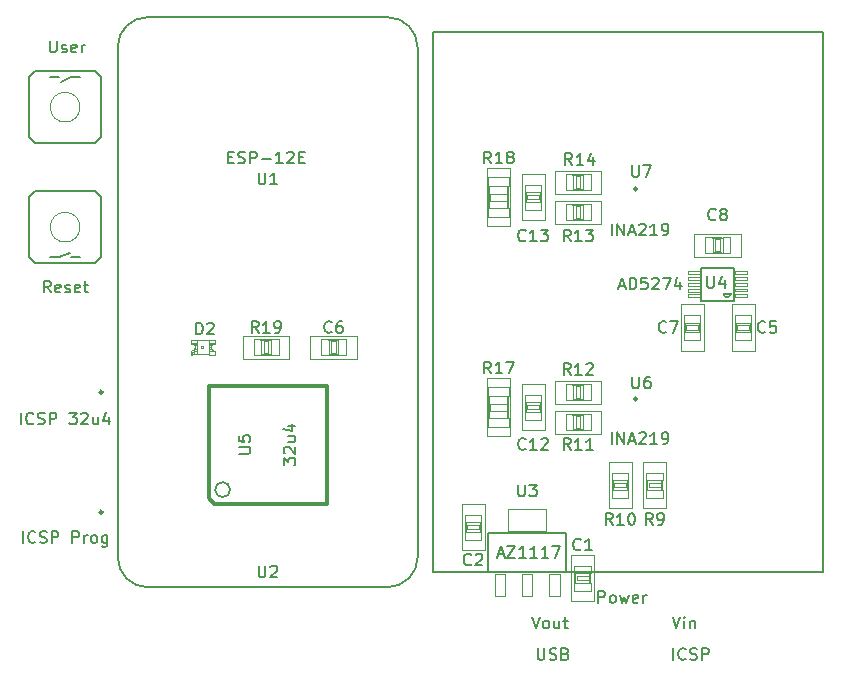
<source format=gto>
G04 #@! TF.FileFunction,Legend,Top*
%FSLAX46Y46*%
G04 Gerber Fmt 4.6, Leading zero omitted, Abs format (unit mm)*
G04 Created by KiCad (PCBNEW (2015-06-26 BZR 5832)-product) date Samstag, 05. März 2016 'u16' 11:16:22*
%MOMM*%
G01*
G04 APERTURE LIST*
%ADD10C,0.150000*%
%ADD11C,0.250000*%
%ADD12C,0.066040*%
%ADD13C,0.152400*%
%ADD14C,0.050800*%
%ADD15C,0.101600*%
%ADD16C,0.203200*%
%ADD17C,0.304800*%
G04 APERTURE END LIST*
D10*
D11*
X129540000Y-119380000D02*
G75*
G03X129540000Y-119380000I-127000J0D01*
G01*
X129540000Y-109220000D02*
G75*
G03X129540000Y-109220000I-127000J0D01*
G01*
D10*
X177792191Y-128230381D02*
X178125524Y-129230381D01*
X178458858Y-128230381D01*
X178792191Y-129230381D02*
X178792191Y-128563714D01*
X178792191Y-128230381D02*
X178744572Y-128278000D01*
X178792191Y-128325619D01*
X178839810Y-128278000D01*
X178792191Y-128230381D01*
X178792191Y-128325619D01*
X179268381Y-128563714D02*
X179268381Y-129230381D01*
X179268381Y-128658952D02*
X179316000Y-128611333D01*
X179411238Y-128563714D01*
X179554096Y-128563714D01*
X179649334Y-128611333D01*
X179696953Y-128706571D01*
X179696953Y-129230381D01*
X177847810Y-131897381D02*
X177847810Y-130897381D01*
X178895429Y-131802143D02*
X178847810Y-131849762D01*
X178704953Y-131897381D01*
X178609715Y-131897381D01*
X178466857Y-131849762D01*
X178371619Y-131754524D01*
X178324000Y-131659286D01*
X178276381Y-131468810D01*
X178276381Y-131325952D01*
X178324000Y-131135476D01*
X178371619Y-131040238D01*
X178466857Y-130945000D01*
X178609715Y-130897381D01*
X178704953Y-130897381D01*
X178847810Y-130945000D01*
X178895429Y-130992619D01*
X179276381Y-131849762D02*
X179419238Y-131897381D01*
X179657334Y-131897381D01*
X179752572Y-131849762D01*
X179800191Y-131802143D01*
X179847810Y-131706905D01*
X179847810Y-131611667D01*
X179800191Y-131516429D01*
X179752572Y-131468810D01*
X179657334Y-131421190D01*
X179466857Y-131373571D01*
X179371619Y-131325952D01*
X179324000Y-131278333D01*
X179276381Y-131183095D01*
X179276381Y-131087857D01*
X179324000Y-130992619D01*
X179371619Y-130945000D01*
X179466857Y-130897381D01*
X179704953Y-130897381D01*
X179847810Y-130945000D01*
X180276381Y-131897381D02*
X180276381Y-130897381D01*
X180657334Y-130897381D01*
X180752572Y-130945000D01*
X180800191Y-130992619D01*
X180847810Y-131087857D01*
X180847810Y-131230714D01*
X180800191Y-131325952D01*
X180752572Y-131373571D01*
X180657334Y-131421190D01*
X180276381Y-131421190D01*
X166378095Y-130897381D02*
X166378095Y-131706905D01*
X166425714Y-131802143D01*
X166473333Y-131849762D01*
X166568571Y-131897381D01*
X166759048Y-131897381D01*
X166854286Y-131849762D01*
X166901905Y-131802143D01*
X166949524Y-131706905D01*
X166949524Y-130897381D01*
X167378095Y-131849762D02*
X167520952Y-131897381D01*
X167759048Y-131897381D01*
X167854286Y-131849762D01*
X167901905Y-131802143D01*
X167949524Y-131706905D01*
X167949524Y-131611667D01*
X167901905Y-131516429D01*
X167854286Y-131468810D01*
X167759048Y-131421190D01*
X167568571Y-131373571D01*
X167473333Y-131325952D01*
X167425714Y-131278333D01*
X167378095Y-131183095D01*
X167378095Y-131087857D01*
X167425714Y-130992619D01*
X167473333Y-130945000D01*
X167568571Y-130897381D01*
X167806667Y-130897381D01*
X167949524Y-130945000D01*
X168711429Y-131373571D02*
X168854286Y-131421190D01*
X168901905Y-131468810D01*
X168949524Y-131564048D01*
X168949524Y-131706905D01*
X168901905Y-131802143D01*
X168854286Y-131849762D01*
X168759048Y-131897381D01*
X168378095Y-131897381D01*
X168378095Y-130897381D01*
X168711429Y-130897381D01*
X168806667Y-130945000D01*
X168854286Y-130992619D01*
X168901905Y-131087857D01*
X168901905Y-131183095D01*
X168854286Y-131278333D01*
X168806667Y-131325952D01*
X168711429Y-131373571D01*
X168378095Y-131373571D01*
X165862190Y-128230381D02*
X166195523Y-129230381D01*
X166528857Y-128230381D01*
X167005047Y-129230381D02*
X166909809Y-129182762D01*
X166862190Y-129135143D01*
X166814571Y-129039905D01*
X166814571Y-128754190D01*
X166862190Y-128658952D01*
X166909809Y-128611333D01*
X167005047Y-128563714D01*
X167147905Y-128563714D01*
X167243143Y-128611333D01*
X167290762Y-128658952D01*
X167338381Y-128754190D01*
X167338381Y-129039905D01*
X167290762Y-129135143D01*
X167243143Y-129182762D01*
X167147905Y-129230381D01*
X167005047Y-129230381D01*
X168195524Y-128563714D02*
X168195524Y-129230381D01*
X167766952Y-128563714D02*
X167766952Y-129087524D01*
X167814571Y-129182762D01*
X167909809Y-129230381D01*
X168052667Y-129230381D01*
X168147905Y-129182762D01*
X168195524Y-129135143D01*
X168528857Y-128563714D02*
X168909809Y-128563714D01*
X168671714Y-128230381D02*
X168671714Y-129087524D01*
X168719333Y-129182762D01*
X168814571Y-129230381D01*
X168909809Y-129230381D01*
X171505809Y-127071381D02*
X171505809Y-126071381D01*
X171886762Y-126071381D01*
X171982000Y-126119000D01*
X172029619Y-126166619D01*
X172077238Y-126261857D01*
X172077238Y-126404714D01*
X172029619Y-126499952D01*
X171982000Y-126547571D01*
X171886762Y-126595190D01*
X171505809Y-126595190D01*
X172648666Y-127071381D02*
X172553428Y-127023762D01*
X172505809Y-126976143D01*
X172458190Y-126880905D01*
X172458190Y-126595190D01*
X172505809Y-126499952D01*
X172553428Y-126452333D01*
X172648666Y-126404714D01*
X172791524Y-126404714D01*
X172886762Y-126452333D01*
X172934381Y-126499952D01*
X172982000Y-126595190D01*
X172982000Y-126880905D01*
X172934381Y-126976143D01*
X172886762Y-127023762D01*
X172791524Y-127071381D01*
X172648666Y-127071381D01*
X173315333Y-126404714D02*
X173505809Y-127071381D01*
X173696286Y-126595190D01*
X173886762Y-127071381D01*
X174077238Y-126404714D01*
X174839143Y-127023762D02*
X174743905Y-127071381D01*
X174553428Y-127071381D01*
X174458190Y-127023762D01*
X174410571Y-126928524D01*
X174410571Y-126547571D01*
X174458190Y-126452333D01*
X174553428Y-126404714D01*
X174743905Y-126404714D01*
X174839143Y-126452333D01*
X174886762Y-126547571D01*
X174886762Y-126642810D01*
X174410571Y-126738048D01*
X175315333Y-127071381D02*
X175315333Y-126404714D01*
X175315333Y-126595190D02*
X175362952Y-126499952D01*
X175410571Y-126452333D01*
X175505809Y-126404714D01*
X175601048Y-126404714D01*
X190500000Y-78740000D02*
X157480000Y-78740000D01*
X157480000Y-78740000D02*
X157480000Y-124460000D01*
X157480000Y-124460000D02*
X190500000Y-124460000D01*
X190500000Y-124460000D02*
X190500000Y-78740000D01*
X133350000Y-77470000D02*
X153670000Y-77470000D01*
X156210000Y-123190000D02*
X156210000Y-80010000D01*
X130810000Y-123190000D02*
X130810000Y-80010000D01*
X133350000Y-125730000D02*
X153670000Y-125730000D01*
X133350000Y-77470000D02*
G75*
G03X130810000Y-80010000I0J-2540000D01*
G01*
X156210000Y-80010000D02*
G75*
G03X153670000Y-77470000I-2540000J0D01*
G01*
X153670000Y-125730000D02*
G75*
G03X156210000Y-123190000I0J2540000D01*
G01*
X130810000Y-123190000D02*
G75*
G03X133350000Y-125730000I2540000J0D01*
G01*
D12*
X170878500Y-124561600D02*
X170878500Y-123913900D01*
X170878500Y-123913900D02*
X169478960Y-123913900D01*
X169478960Y-124561600D02*
X169478960Y-123913900D01*
X170878500Y-124561600D02*
X169478960Y-124561600D01*
X170878500Y-126034800D02*
X170878500Y-125384560D01*
X170878500Y-125384560D02*
X169478960Y-125384560D01*
X169478960Y-126034800D02*
X169478960Y-125384560D01*
X170878500Y-126034800D02*
X169478960Y-126034800D01*
X170677840Y-125166120D02*
X170677840Y-124769880D01*
X170677840Y-124769880D02*
X169682160Y-124769880D01*
X169682160Y-125166120D02*
X169682160Y-124769880D01*
X170677840Y-125166120D02*
X169682160Y-125166120D01*
D13*
X169545000Y-125376940D02*
X169545000Y-124559060D01*
X170815000Y-125376940D02*
X170815000Y-124559060D01*
D14*
X169197020Y-126939040D02*
X169197020Y-122996960D01*
X169197020Y-122996960D02*
X171162980Y-122996960D01*
X171162980Y-122996960D02*
X171162980Y-126939040D01*
X171162980Y-126939040D02*
X169197020Y-126939040D01*
D12*
X160210500Y-121056400D02*
X160210500Y-121704100D01*
X160210500Y-121704100D02*
X161610040Y-121704100D01*
X161610040Y-121056400D02*
X161610040Y-121704100D01*
X160210500Y-121056400D02*
X161610040Y-121056400D01*
X160210500Y-119583200D02*
X160210500Y-120233440D01*
X160210500Y-120233440D02*
X161610040Y-120233440D01*
X161610040Y-119583200D02*
X161610040Y-120233440D01*
X160210500Y-119583200D02*
X161610040Y-119583200D01*
X160411160Y-120451880D02*
X160411160Y-120848120D01*
X160411160Y-120848120D02*
X161406840Y-120848120D01*
X161406840Y-120451880D02*
X161406840Y-120848120D01*
X160411160Y-120451880D02*
X161406840Y-120451880D01*
D13*
X161544000Y-120241060D02*
X161544000Y-121058940D01*
X160274000Y-120241060D02*
X160274000Y-121058940D01*
D14*
X161891980Y-118678960D02*
X161891980Y-122621040D01*
X161891980Y-122621040D02*
X159926020Y-122621040D01*
X159926020Y-122621040D02*
X159926020Y-118678960D01*
X159926020Y-118678960D02*
X161891980Y-118678960D01*
D12*
X183070500Y-104165400D02*
X183070500Y-104813100D01*
X183070500Y-104813100D02*
X184470040Y-104813100D01*
X184470040Y-104165400D02*
X184470040Y-104813100D01*
X183070500Y-104165400D02*
X184470040Y-104165400D01*
X183070500Y-102692200D02*
X183070500Y-103342440D01*
X183070500Y-103342440D02*
X184470040Y-103342440D01*
X184470040Y-102692200D02*
X184470040Y-103342440D01*
X183070500Y-102692200D02*
X184470040Y-102692200D01*
X183271160Y-103560880D02*
X183271160Y-103957120D01*
X183271160Y-103957120D02*
X184266840Y-103957120D01*
X184266840Y-103560880D02*
X184266840Y-103957120D01*
X183271160Y-103560880D02*
X184266840Y-103560880D01*
D13*
X184404000Y-103350060D02*
X184404000Y-104167940D01*
X183134000Y-103350060D02*
X183134000Y-104167940D01*
D14*
X184751980Y-101787960D02*
X184751980Y-105730040D01*
X184751980Y-105730040D02*
X182786020Y-105730040D01*
X182786020Y-105730040D02*
X182786020Y-101787960D01*
X182786020Y-101787960D02*
X184751980Y-101787960D01*
D12*
X149504400Y-106108500D02*
X150152100Y-106108500D01*
X150152100Y-106108500D02*
X150152100Y-104708960D01*
X149504400Y-104708960D02*
X150152100Y-104708960D01*
X149504400Y-106108500D02*
X149504400Y-104708960D01*
X148031200Y-106108500D02*
X148681440Y-106108500D01*
X148681440Y-106108500D02*
X148681440Y-104708960D01*
X148031200Y-104708960D02*
X148681440Y-104708960D01*
X148031200Y-106108500D02*
X148031200Y-104708960D01*
X148899880Y-105907840D02*
X149296120Y-105907840D01*
X149296120Y-105907840D02*
X149296120Y-104912160D01*
X148899880Y-104912160D02*
X149296120Y-104912160D01*
X148899880Y-105907840D02*
X148899880Y-104912160D01*
D13*
X148689060Y-104775000D02*
X149506940Y-104775000D01*
X148689060Y-106045000D02*
X149506940Y-106045000D01*
D14*
X147126960Y-104427020D02*
X151069040Y-104427020D01*
X151069040Y-104427020D02*
X151069040Y-106392980D01*
X151069040Y-106392980D02*
X147126960Y-106392980D01*
X147126960Y-106392980D02*
X147126960Y-104427020D01*
D12*
X178752500Y-104165400D02*
X178752500Y-104813100D01*
X178752500Y-104813100D02*
X180152040Y-104813100D01*
X180152040Y-104165400D02*
X180152040Y-104813100D01*
X178752500Y-104165400D02*
X180152040Y-104165400D01*
X178752500Y-102692200D02*
X178752500Y-103342440D01*
X178752500Y-103342440D02*
X180152040Y-103342440D01*
X180152040Y-102692200D02*
X180152040Y-103342440D01*
X178752500Y-102692200D02*
X180152040Y-102692200D01*
X178953160Y-103560880D02*
X178953160Y-103957120D01*
X178953160Y-103957120D02*
X179948840Y-103957120D01*
X179948840Y-103560880D02*
X179948840Y-103957120D01*
X178953160Y-103560880D02*
X179948840Y-103560880D01*
D13*
X180086000Y-103350060D02*
X180086000Y-104167940D01*
X178816000Y-103350060D02*
X178816000Y-104167940D01*
D14*
X180433980Y-101787960D02*
X180433980Y-105730040D01*
X180433980Y-105730040D02*
X178468020Y-105730040D01*
X178468020Y-105730040D02*
X178468020Y-101787960D01*
X178468020Y-101787960D02*
X180433980Y-101787960D01*
D12*
X181203600Y-96075500D02*
X180555900Y-96075500D01*
X180555900Y-96075500D02*
X180555900Y-97475040D01*
X181203600Y-97475040D02*
X180555900Y-97475040D01*
X181203600Y-96075500D02*
X181203600Y-97475040D01*
X182676800Y-96075500D02*
X182026560Y-96075500D01*
X182026560Y-96075500D02*
X182026560Y-97475040D01*
X182676800Y-97475040D02*
X182026560Y-97475040D01*
X182676800Y-96075500D02*
X182676800Y-97475040D01*
X181808120Y-96276160D02*
X181411880Y-96276160D01*
X181411880Y-96276160D02*
X181411880Y-97271840D01*
X181808120Y-97271840D02*
X181411880Y-97271840D01*
X181808120Y-96276160D02*
X181808120Y-97271840D01*
D13*
X182018940Y-97409000D02*
X181201060Y-97409000D01*
X182018940Y-96139000D02*
X181201060Y-96139000D01*
D14*
X183581040Y-97756980D02*
X179638960Y-97756980D01*
X179638960Y-97756980D02*
X179638960Y-95791020D01*
X179638960Y-95791020D02*
X183581040Y-95791020D01*
X183581040Y-95791020D02*
X183581040Y-97756980D01*
D12*
X166687500Y-110083600D02*
X166687500Y-109435900D01*
X166687500Y-109435900D02*
X165287960Y-109435900D01*
X165287960Y-110083600D02*
X165287960Y-109435900D01*
X166687500Y-110083600D02*
X165287960Y-110083600D01*
X166687500Y-111556800D02*
X166687500Y-110906560D01*
X166687500Y-110906560D02*
X165287960Y-110906560D01*
X165287960Y-111556800D02*
X165287960Y-110906560D01*
X166687500Y-111556800D02*
X165287960Y-111556800D01*
X166486840Y-110688120D02*
X166486840Y-110291880D01*
X166486840Y-110291880D02*
X165491160Y-110291880D01*
X165491160Y-110688120D02*
X165491160Y-110291880D01*
X166486840Y-110688120D02*
X165491160Y-110688120D01*
D13*
X165354000Y-110898940D02*
X165354000Y-110081060D01*
X166624000Y-110898940D02*
X166624000Y-110081060D01*
D14*
X165006020Y-112461040D02*
X165006020Y-108518960D01*
X165006020Y-108518960D02*
X166971980Y-108518960D01*
X166971980Y-108518960D02*
X166971980Y-112461040D01*
X166971980Y-112461040D02*
X165006020Y-112461040D01*
D12*
X166687500Y-92303600D02*
X166687500Y-91655900D01*
X166687500Y-91655900D02*
X165287960Y-91655900D01*
X165287960Y-92303600D02*
X165287960Y-91655900D01*
X166687500Y-92303600D02*
X165287960Y-92303600D01*
X166687500Y-93776800D02*
X166687500Y-93126560D01*
X166687500Y-93126560D02*
X165287960Y-93126560D01*
X165287960Y-93776800D02*
X165287960Y-93126560D01*
X166687500Y-93776800D02*
X165287960Y-93776800D01*
X166486840Y-92908120D02*
X166486840Y-92511880D01*
X166486840Y-92511880D02*
X165491160Y-92511880D01*
X165491160Y-92908120D02*
X165491160Y-92511880D01*
X166486840Y-92908120D02*
X165491160Y-92908120D01*
D13*
X165354000Y-93118940D02*
X165354000Y-92301060D01*
X166624000Y-93118940D02*
X166624000Y-92301060D01*
D14*
X165006020Y-94681040D02*
X165006020Y-90738960D01*
X165006020Y-90738960D02*
X166971980Y-90738960D01*
X166971980Y-90738960D02*
X166971980Y-94681040D01*
X166971980Y-94681040D02*
X165006020Y-94681040D01*
D12*
X137551160Y-105110280D02*
X137551160Y-104785160D01*
X137551160Y-104785160D02*
X137050780Y-104785160D01*
X137050780Y-105110280D02*
X137050780Y-104785160D01*
X137551160Y-105110280D02*
X137050780Y-105110280D01*
X137551160Y-105732580D02*
X137551160Y-105582720D01*
X137551160Y-105582720D02*
X137299700Y-105582720D01*
X137299700Y-105732580D02*
X137299700Y-105582720D01*
X137551160Y-105732580D02*
X137299700Y-105732580D01*
X137551160Y-105237280D02*
X137551160Y-105087420D01*
X137551160Y-105087420D02*
X137299700Y-105087420D01*
X137299700Y-105237280D02*
X137299700Y-105087420D01*
X137551160Y-105237280D02*
X137299700Y-105237280D01*
X137551160Y-105608120D02*
X137551160Y-105211880D01*
X137551160Y-105211880D02*
X137375900Y-105211880D01*
X137375900Y-105608120D02*
X137375900Y-105211880D01*
X137551160Y-105608120D02*
X137375900Y-105608120D01*
X139047220Y-105110280D02*
X139047220Y-104785160D01*
X139047220Y-104785160D02*
X138546840Y-104785160D01*
X138546840Y-105110280D02*
X138546840Y-104785160D01*
X139047220Y-105110280D02*
X138546840Y-105110280D01*
X139047220Y-106034840D02*
X139047220Y-105709720D01*
X139047220Y-105709720D02*
X138546840Y-105709720D01*
X138546840Y-106034840D02*
X138546840Y-105709720D01*
X139047220Y-106034840D02*
X138546840Y-106034840D01*
X138798300Y-105237280D02*
X138798300Y-105087420D01*
X138798300Y-105087420D02*
X138546840Y-105087420D01*
X138546840Y-105237280D02*
X138546840Y-105087420D01*
X138798300Y-105237280D02*
X138546840Y-105237280D01*
X138798300Y-105732580D02*
X138798300Y-105582720D01*
X138798300Y-105582720D02*
X138546840Y-105582720D01*
X138546840Y-105732580D02*
X138546840Y-105582720D01*
X138798300Y-105732580D02*
X138546840Y-105732580D01*
X138722100Y-105608120D02*
X138722100Y-105211880D01*
X138722100Y-105211880D02*
X138546840Y-105211880D01*
X138546840Y-105608120D02*
X138546840Y-105211880D01*
X138722100Y-105608120D02*
X138546840Y-105608120D01*
X138049000Y-105509060D02*
X138049000Y-105310940D01*
X138049000Y-105310940D02*
X137850880Y-105310940D01*
X137850880Y-105509060D02*
X137850880Y-105310940D01*
X138049000Y-105509060D02*
X137850880Y-105509060D01*
X137551160Y-106009440D02*
X137551160Y-105709720D01*
X137551160Y-105709720D02*
X137251440Y-105709720D01*
X137251440Y-106009440D02*
X137251440Y-105709720D01*
X137551160Y-106009440D02*
X137251440Y-106009440D01*
X137124440Y-106034840D02*
X137124440Y-105808780D01*
X137124440Y-105808780D02*
X137050780Y-105808780D01*
X137050780Y-106034840D02*
X137050780Y-105808780D01*
X137124440Y-106034840D02*
X137050780Y-106034840D01*
D15*
X137525760Y-104835960D02*
X138572240Y-104835960D01*
X138546840Y-105984040D02*
X137124440Y-105984040D01*
D14*
X137272482Y-105859580D02*
G75*
G03X137272482Y-105859580I-71842J0D01*
G01*
D15*
X137050780Y-105757980D02*
G75*
G03X137050780Y-105062020I0J347980D01*
G01*
X139047220Y-105062020D02*
G75*
G03X139047220Y-105757980I0J-347980D01*
G01*
D12*
X176974500Y-116687600D02*
X176974500Y-116039900D01*
X176974500Y-116039900D02*
X175574960Y-116039900D01*
X175574960Y-116687600D02*
X175574960Y-116039900D01*
X176974500Y-116687600D02*
X175574960Y-116687600D01*
X176974500Y-118160800D02*
X176974500Y-117510560D01*
X176974500Y-117510560D02*
X175574960Y-117510560D01*
X175574960Y-118160800D02*
X175574960Y-117510560D01*
X176974500Y-118160800D02*
X175574960Y-118160800D01*
X176773840Y-117292120D02*
X176773840Y-116895880D01*
X176773840Y-116895880D02*
X175778160Y-116895880D01*
X175778160Y-117292120D02*
X175778160Y-116895880D01*
X176773840Y-117292120D02*
X175778160Y-117292120D01*
D13*
X175641000Y-117502940D02*
X175641000Y-116685060D01*
X176911000Y-117502940D02*
X176911000Y-116685060D01*
D14*
X175293020Y-119065040D02*
X175293020Y-115122960D01*
X175293020Y-115122960D02*
X177258980Y-115122960D01*
X177258980Y-115122960D02*
X177258980Y-119065040D01*
X177258980Y-119065040D02*
X175293020Y-119065040D01*
D12*
X174053500Y-116687600D02*
X174053500Y-116039900D01*
X174053500Y-116039900D02*
X172653960Y-116039900D01*
X172653960Y-116687600D02*
X172653960Y-116039900D01*
X174053500Y-116687600D02*
X172653960Y-116687600D01*
X174053500Y-118160800D02*
X174053500Y-117510560D01*
X174053500Y-117510560D02*
X172653960Y-117510560D01*
X172653960Y-118160800D02*
X172653960Y-117510560D01*
X174053500Y-118160800D02*
X172653960Y-118160800D01*
X173852840Y-117292120D02*
X173852840Y-116895880D01*
X173852840Y-116895880D02*
X172857160Y-116895880D01*
X172857160Y-117292120D02*
X172857160Y-116895880D01*
X173852840Y-117292120D02*
X172857160Y-117292120D01*
D13*
X172720000Y-117502940D02*
X172720000Y-116685060D01*
X173990000Y-117502940D02*
X173990000Y-116685060D01*
D14*
X172372020Y-119065040D02*
X172372020Y-115122960D01*
X172372020Y-115122960D02*
X174337980Y-115122960D01*
X174337980Y-115122960D02*
X174337980Y-119065040D01*
X174337980Y-119065040D02*
X172372020Y-119065040D01*
D12*
X170205400Y-112458500D02*
X170853100Y-112458500D01*
X170853100Y-112458500D02*
X170853100Y-111058960D01*
X170205400Y-111058960D02*
X170853100Y-111058960D01*
X170205400Y-112458500D02*
X170205400Y-111058960D01*
X168732200Y-112458500D02*
X169382440Y-112458500D01*
X169382440Y-112458500D02*
X169382440Y-111058960D01*
X168732200Y-111058960D02*
X169382440Y-111058960D01*
X168732200Y-112458500D02*
X168732200Y-111058960D01*
X169600880Y-112257840D02*
X169997120Y-112257840D01*
X169997120Y-112257840D02*
X169997120Y-111262160D01*
X169600880Y-111262160D02*
X169997120Y-111262160D01*
X169600880Y-112257840D02*
X169600880Y-111262160D01*
D13*
X169390060Y-111125000D02*
X170207940Y-111125000D01*
X169390060Y-112395000D02*
X170207940Y-112395000D01*
D14*
X167827960Y-110777020D02*
X171770040Y-110777020D01*
X171770040Y-110777020D02*
X171770040Y-112742980D01*
X171770040Y-112742980D02*
X167827960Y-112742980D01*
X167827960Y-112742980D02*
X167827960Y-110777020D01*
D12*
X170205400Y-109918500D02*
X170853100Y-109918500D01*
X170853100Y-109918500D02*
X170853100Y-108518960D01*
X170205400Y-108518960D02*
X170853100Y-108518960D01*
X170205400Y-109918500D02*
X170205400Y-108518960D01*
X168732200Y-109918500D02*
X169382440Y-109918500D01*
X169382440Y-109918500D02*
X169382440Y-108518960D01*
X168732200Y-108518960D02*
X169382440Y-108518960D01*
X168732200Y-109918500D02*
X168732200Y-108518960D01*
X169600880Y-109717840D02*
X169997120Y-109717840D01*
X169997120Y-109717840D02*
X169997120Y-108722160D01*
X169600880Y-108722160D02*
X169997120Y-108722160D01*
X169600880Y-109717840D02*
X169600880Y-108722160D01*
D13*
X169390060Y-108585000D02*
X170207940Y-108585000D01*
X169390060Y-109855000D02*
X170207940Y-109855000D01*
D14*
X167827960Y-108237020D02*
X171770040Y-108237020D01*
X171770040Y-108237020D02*
X171770040Y-110202980D01*
X171770040Y-110202980D02*
X167827960Y-110202980D01*
X167827960Y-110202980D02*
X167827960Y-108237020D01*
D12*
X170205400Y-94678500D02*
X170853100Y-94678500D01*
X170853100Y-94678500D02*
X170853100Y-93278960D01*
X170205400Y-93278960D02*
X170853100Y-93278960D01*
X170205400Y-94678500D02*
X170205400Y-93278960D01*
X168732200Y-94678500D02*
X169382440Y-94678500D01*
X169382440Y-94678500D02*
X169382440Y-93278960D01*
X168732200Y-93278960D02*
X169382440Y-93278960D01*
X168732200Y-94678500D02*
X168732200Y-93278960D01*
X169600880Y-94477840D02*
X169997120Y-94477840D01*
X169997120Y-94477840D02*
X169997120Y-93482160D01*
X169600880Y-93482160D02*
X169997120Y-93482160D01*
X169600880Y-94477840D02*
X169600880Y-93482160D01*
D13*
X169390060Y-93345000D02*
X170207940Y-93345000D01*
X169390060Y-94615000D02*
X170207940Y-94615000D01*
D14*
X167827960Y-92997020D02*
X171770040Y-92997020D01*
X171770040Y-92997020D02*
X171770040Y-94962980D01*
X171770040Y-94962980D02*
X167827960Y-94962980D01*
X167827960Y-94962980D02*
X167827960Y-92997020D01*
D12*
X170205400Y-92138500D02*
X170853100Y-92138500D01*
X170853100Y-92138500D02*
X170853100Y-90738960D01*
X170205400Y-90738960D02*
X170853100Y-90738960D01*
X170205400Y-92138500D02*
X170205400Y-90738960D01*
X168732200Y-92138500D02*
X169382440Y-92138500D01*
X169382440Y-92138500D02*
X169382440Y-90738960D01*
X168732200Y-90738960D02*
X169382440Y-90738960D01*
X168732200Y-92138500D02*
X168732200Y-90738960D01*
X169600880Y-91937840D02*
X169997120Y-91937840D01*
X169997120Y-91937840D02*
X169997120Y-90942160D01*
X169600880Y-90942160D02*
X169997120Y-90942160D01*
X169600880Y-91937840D02*
X169600880Y-90942160D01*
D13*
X169390060Y-90805000D02*
X170207940Y-90805000D01*
X169390060Y-92075000D02*
X170207940Y-92075000D01*
D14*
X167827960Y-90457020D02*
X171770040Y-90457020D01*
X171770040Y-90457020D02*
X171770040Y-92422980D01*
X171770040Y-92422980D02*
X167827960Y-92422980D01*
X167827960Y-92422980D02*
X167827960Y-90457020D01*
D12*
X162191700Y-108800900D02*
X162191700Y-109537500D01*
X162191700Y-109537500D02*
X163944300Y-109537500D01*
X163944300Y-108800900D02*
X163944300Y-109537500D01*
X162191700Y-108800900D02*
X163944300Y-108800900D01*
X162191700Y-111442500D02*
X162191700Y-112179100D01*
X162191700Y-112179100D02*
X163944300Y-112179100D01*
X163944300Y-111442500D02*
X163944300Y-112179100D01*
X162191700Y-111442500D02*
X163944300Y-111442500D01*
X162369500Y-110190280D02*
X162369500Y-110789720D01*
X162369500Y-110789720D02*
X163766500Y-110789720D01*
X163766500Y-110190280D02*
X163766500Y-110789720D01*
X162369500Y-110190280D02*
X163766500Y-110190280D01*
D13*
X162255200Y-111442500D02*
X162255200Y-109524800D01*
X163880800Y-111442500D02*
X163880800Y-109524800D01*
D14*
X164050980Y-108018580D02*
X164050980Y-112961420D01*
X164050980Y-112961420D02*
X162085020Y-112961420D01*
X162085020Y-112961420D02*
X162085020Y-108018580D01*
X162085020Y-108018580D02*
X164050980Y-108018580D01*
D12*
X162191700Y-91020900D02*
X162191700Y-91757500D01*
X162191700Y-91757500D02*
X163944300Y-91757500D01*
X163944300Y-91020900D02*
X163944300Y-91757500D01*
X162191700Y-91020900D02*
X163944300Y-91020900D01*
X162191700Y-93662500D02*
X162191700Y-94399100D01*
X162191700Y-94399100D02*
X163944300Y-94399100D01*
X163944300Y-93662500D02*
X163944300Y-94399100D01*
X162191700Y-93662500D02*
X163944300Y-93662500D01*
X162369500Y-92410280D02*
X162369500Y-93009720D01*
X162369500Y-93009720D02*
X163766500Y-93009720D01*
X163766500Y-92410280D02*
X163766500Y-93009720D01*
X162369500Y-92410280D02*
X163766500Y-92410280D01*
D13*
X162255200Y-93662500D02*
X162255200Y-91744800D01*
X163880800Y-93662500D02*
X163880800Y-91744800D01*
D14*
X164050980Y-90238580D02*
X164050980Y-95181420D01*
X164050980Y-95181420D02*
X162085020Y-95181420D01*
X162085020Y-95181420D02*
X162085020Y-90238580D01*
X162085020Y-90238580D02*
X164050980Y-90238580D01*
D12*
X142976600Y-104711500D02*
X142328900Y-104711500D01*
X142328900Y-104711500D02*
X142328900Y-106111040D01*
X142976600Y-106111040D02*
X142328900Y-106111040D01*
X142976600Y-104711500D02*
X142976600Y-106111040D01*
X144449800Y-104711500D02*
X143799560Y-104711500D01*
X143799560Y-104711500D02*
X143799560Y-106111040D01*
X144449800Y-106111040D02*
X143799560Y-106111040D01*
X144449800Y-104711500D02*
X144449800Y-106111040D01*
X143581120Y-104912160D02*
X143184880Y-104912160D01*
X143184880Y-104912160D02*
X143184880Y-105907840D01*
X143581120Y-105907840D02*
X143184880Y-105907840D01*
X143581120Y-104912160D02*
X143581120Y-105907840D01*
D13*
X143791940Y-106045000D02*
X142974060Y-106045000D01*
X143791940Y-104775000D02*
X142974060Y-104775000D01*
D14*
X145354040Y-106392980D02*
X141411960Y-106392980D01*
X141411960Y-106392980D02*
X141411960Y-104427020D01*
X141411960Y-104427020D02*
X145354040Y-104427020D01*
X145354040Y-104427020D02*
X145354040Y-106392980D01*
D16*
X125349000Y-92202000D02*
X123825000Y-92202000D01*
X123825000Y-92202000D02*
X123317000Y-92710000D01*
X129413000Y-92710000D02*
X128905000Y-92202000D01*
X128905000Y-92202000D02*
X127381000Y-92202000D01*
X123317000Y-97790000D02*
X123825000Y-98298000D01*
X123825000Y-98298000D02*
X125349000Y-98298000D01*
X129413000Y-97790000D02*
X128905000Y-98298000D01*
X128905000Y-98298000D02*
X127381000Y-98298000D01*
X129413000Y-92710000D02*
X129413000Y-93091000D01*
X129413000Y-97790000D02*
X129413000Y-97409000D01*
X123317000Y-97790000D02*
X123317000Y-97409000D01*
X123317000Y-92710000D02*
X123317000Y-93091000D01*
X123317000Y-93091000D02*
X123317000Y-97409000D01*
X129413000Y-97409000D02*
X129413000Y-93091000D01*
X125369320Y-92202000D02*
X127381000Y-92202000D01*
X125338840Y-98298000D02*
X127381000Y-98298000D01*
X125095000Y-97790000D02*
X125857000Y-97790000D01*
X126873000Y-97790000D02*
X127635000Y-97790000D01*
X125857000Y-97790000D02*
X126746000Y-97409000D01*
D15*
X127622236Y-95250000D02*
G75*
G03X127622236Y-95250000I-1257236J0D01*
G01*
D16*
X127381000Y-88138000D02*
X128905000Y-88138000D01*
X128905000Y-88138000D02*
X129413000Y-87630000D01*
X123317000Y-87630000D02*
X123825000Y-88138000D01*
X123825000Y-88138000D02*
X125349000Y-88138000D01*
X129413000Y-82550000D02*
X128905000Y-82042000D01*
X128905000Y-82042000D02*
X127381000Y-82042000D01*
X123317000Y-82550000D02*
X123825000Y-82042000D01*
X123825000Y-82042000D02*
X125349000Y-82042000D01*
X123317000Y-87630000D02*
X123317000Y-87249000D01*
X123317000Y-82550000D02*
X123317000Y-82931000D01*
X129413000Y-82550000D02*
X129413000Y-82931000D01*
X129413000Y-87630000D02*
X129413000Y-87249000D01*
X129413000Y-87249000D02*
X129413000Y-82931000D01*
X123317000Y-82931000D02*
X123317000Y-87249000D01*
X127360680Y-88138000D02*
X125349000Y-88138000D01*
X127391160Y-82042000D02*
X125349000Y-82042000D01*
X127635000Y-82550000D02*
X126873000Y-82550000D01*
X125857000Y-82550000D02*
X125095000Y-82550000D01*
X126873000Y-82550000D02*
X125984000Y-82931000D01*
D15*
X127622236Y-85090000D02*
G75*
G03X127622236Y-85090000I-1257236J0D01*
G01*
D12*
X163880800Y-121008140D02*
X167081200Y-121008140D01*
X167081200Y-121008140D02*
X167081200Y-119151400D01*
X163880800Y-119151400D02*
X167081200Y-119151400D01*
X163880800Y-121008140D02*
X163880800Y-119151400D01*
X165049200Y-126466600D02*
X165912800Y-126466600D01*
X165912800Y-126466600D02*
X165912800Y-124609860D01*
X165049200Y-124609860D02*
X165912800Y-124609860D01*
X165049200Y-126466600D02*
X165049200Y-124609860D01*
X162737800Y-126466600D02*
X163601400Y-126466600D01*
X163601400Y-126466600D02*
X163601400Y-124609860D01*
X162737800Y-124609860D02*
X163601400Y-124609860D01*
X162737800Y-126466600D02*
X162737800Y-124609860D01*
X167360600Y-126466600D02*
X168224200Y-126466600D01*
X168224200Y-126466600D02*
X168224200Y-124609860D01*
X167360600Y-124609860D02*
X168224200Y-124609860D01*
X167360600Y-126466600D02*
X167360600Y-124609860D01*
X163880800Y-121008140D02*
X167081200Y-121008140D01*
X167081200Y-121008140D02*
X167081200Y-119151400D01*
X163880800Y-119151400D02*
X167081200Y-119151400D01*
X163880800Y-121008140D02*
X163880800Y-119151400D01*
X165049200Y-126466600D02*
X165912800Y-126466600D01*
X165912800Y-126466600D02*
X165912800Y-124609860D01*
X165049200Y-124609860D02*
X165912800Y-124609860D01*
X165049200Y-126466600D02*
X165049200Y-124609860D01*
X162737800Y-126466600D02*
X163601400Y-126466600D01*
X163601400Y-126466600D02*
X163601400Y-124609860D01*
X162737800Y-124609860D02*
X163601400Y-124609860D01*
X162737800Y-126466600D02*
X162737800Y-124609860D01*
X167360600Y-126466600D02*
X168224200Y-126466600D01*
X168224200Y-126466600D02*
X168224200Y-124609860D01*
X167360600Y-124609860D02*
X168224200Y-124609860D01*
X167360600Y-126466600D02*
X167360600Y-124609860D01*
D16*
X168757600Y-121158000D02*
X168757600Y-124460000D01*
X168757600Y-124460000D02*
X162204400Y-124460000D01*
X162204400Y-124460000D02*
X162204400Y-121158000D01*
X162204400Y-121158000D02*
X168757600Y-121158000D01*
D12*
X184109360Y-101198680D02*
X184109360Y-100949760D01*
X184109360Y-100949760D02*
X183108600Y-100949760D01*
X183108600Y-101198680D02*
X183108600Y-100949760D01*
X184109360Y-101198680D02*
X183108600Y-101198680D01*
X184109360Y-100698300D02*
X184109360Y-100449380D01*
X184109360Y-100449380D02*
X183108600Y-100449380D01*
X183108600Y-100698300D02*
X183108600Y-100449380D01*
X184109360Y-100698300D02*
X183108600Y-100698300D01*
X184109360Y-100197920D02*
X184109360Y-99951540D01*
X184109360Y-99951540D02*
X183108600Y-99951540D01*
X183108600Y-100197920D02*
X183108600Y-99951540D01*
X184109360Y-100197920D02*
X183108600Y-100197920D01*
X184109360Y-99702620D02*
X184109360Y-99451160D01*
X184109360Y-99451160D02*
X183108600Y-99451160D01*
X183108600Y-99702620D02*
X183108600Y-99451160D01*
X184109360Y-99702620D02*
X183108600Y-99702620D01*
X184109360Y-99202240D02*
X184109360Y-98950780D01*
X184109360Y-98950780D02*
X183108600Y-98950780D01*
X183108600Y-99202240D02*
X183108600Y-98950780D01*
X184109360Y-99202240D02*
X183108600Y-99202240D01*
X180111400Y-99202240D02*
X180111400Y-98953320D01*
X180111400Y-98953320D02*
X179110640Y-98953320D01*
X179110640Y-99202240D02*
X179110640Y-98953320D01*
X180111400Y-99202240D02*
X179110640Y-99202240D01*
X180111400Y-99702620D02*
X180111400Y-99453700D01*
X180111400Y-99453700D02*
X179110640Y-99453700D01*
X179110640Y-99702620D02*
X179110640Y-99453700D01*
X180111400Y-99702620D02*
X179110640Y-99702620D01*
X180111400Y-100200460D02*
X180111400Y-99954080D01*
X180111400Y-99954080D02*
X179110640Y-99954080D01*
X179110640Y-100200460D02*
X179110640Y-99954080D01*
X180111400Y-100200460D02*
X179110640Y-100200460D01*
X180111400Y-100700840D02*
X180111400Y-100449380D01*
X180111400Y-100449380D02*
X179110640Y-100449380D01*
X179110640Y-100700840D02*
X179110640Y-100449380D01*
X180111400Y-100700840D02*
X179110640Y-100700840D01*
X180111400Y-101201220D02*
X180111400Y-100949760D01*
X180111400Y-100949760D02*
X179110640Y-100949760D01*
X179110640Y-101201220D02*
X179110640Y-100949760D01*
X180111400Y-101201220D02*
X179110640Y-101201220D01*
D16*
X180210460Y-101475540D02*
X180210460Y-98676460D01*
X180210460Y-98676460D02*
X183009540Y-98676460D01*
X183009540Y-98676460D02*
X183009540Y-101475540D01*
X183009540Y-101475540D02*
X180210460Y-101475540D01*
X182107840Y-100873560D02*
X182709820Y-100873560D01*
X182105300Y-100873560D02*
G75*
G03X182709820Y-100873560I302260J0D01*
G01*
D17*
X138506200Y-108661200D02*
X148513800Y-108661200D01*
X148513800Y-108661200D02*
X148513800Y-118668800D01*
X138988800Y-118668800D02*
X148513800Y-118668800D01*
X138506200Y-118186200D02*
X138506200Y-108661200D01*
X138988800Y-118668800D02*
X138506200Y-118186200D01*
D16*
X140335000Y-117475000D02*
G75*
G03X140335000Y-117475000I-635000J0D01*
G01*
D10*
X174816078Y-109769000D02*
G75*
G03X174816078Y-109769000I-160078J0D01*
G01*
X174816078Y-91989000D02*
G75*
G03X174816078Y-91989000I-160078J0D01*
G01*
X122793571Y-121991381D02*
X122793571Y-120991381D01*
X123841190Y-121896143D02*
X123793571Y-121943762D01*
X123650714Y-121991381D01*
X123555476Y-121991381D01*
X123412618Y-121943762D01*
X123317380Y-121848524D01*
X123269761Y-121753286D01*
X123222142Y-121562810D01*
X123222142Y-121419952D01*
X123269761Y-121229476D01*
X123317380Y-121134238D01*
X123412618Y-121039000D01*
X123555476Y-120991381D01*
X123650714Y-120991381D01*
X123793571Y-121039000D01*
X123841190Y-121086619D01*
X124222142Y-121943762D02*
X124364999Y-121991381D01*
X124603095Y-121991381D01*
X124698333Y-121943762D01*
X124745952Y-121896143D01*
X124793571Y-121800905D01*
X124793571Y-121705667D01*
X124745952Y-121610429D01*
X124698333Y-121562810D01*
X124603095Y-121515190D01*
X124412618Y-121467571D01*
X124317380Y-121419952D01*
X124269761Y-121372333D01*
X124222142Y-121277095D01*
X124222142Y-121181857D01*
X124269761Y-121086619D01*
X124317380Y-121039000D01*
X124412618Y-120991381D01*
X124650714Y-120991381D01*
X124793571Y-121039000D01*
X125222142Y-121991381D02*
X125222142Y-120991381D01*
X125603095Y-120991381D01*
X125698333Y-121039000D01*
X125745952Y-121086619D01*
X125793571Y-121181857D01*
X125793571Y-121324714D01*
X125745952Y-121419952D01*
X125698333Y-121467571D01*
X125603095Y-121515190D01*
X125222142Y-121515190D01*
X126984047Y-121991381D02*
X126984047Y-120991381D01*
X127365000Y-120991381D01*
X127460238Y-121039000D01*
X127507857Y-121086619D01*
X127555476Y-121181857D01*
X127555476Y-121324714D01*
X127507857Y-121419952D01*
X127460238Y-121467571D01*
X127365000Y-121515190D01*
X126984047Y-121515190D01*
X127984047Y-121991381D02*
X127984047Y-121324714D01*
X127984047Y-121515190D02*
X128031666Y-121419952D01*
X128079285Y-121372333D01*
X128174523Y-121324714D01*
X128269762Y-121324714D01*
X128745952Y-121991381D02*
X128650714Y-121943762D01*
X128603095Y-121896143D01*
X128555476Y-121800905D01*
X128555476Y-121515190D01*
X128603095Y-121419952D01*
X128650714Y-121372333D01*
X128745952Y-121324714D01*
X128888810Y-121324714D01*
X128984048Y-121372333D01*
X129031667Y-121419952D01*
X129079286Y-121515190D01*
X129079286Y-121800905D01*
X129031667Y-121896143D01*
X128984048Y-121943762D01*
X128888810Y-121991381D01*
X128745952Y-121991381D01*
X129936429Y-121324714D02*
X129936429Y-122134238D01*
X129888810Y-122229476D01*
X129841191Y-122277095D01*
X129745952Y-122324714D01*
X129603095Y-122324714D01*
X129507857Y-122277095D01*
X129936429Y-121943762D02*
X129841191Y-121991381D01*
X129650714Y-121991381D01*
X129555476Y-121943762D01*
X129507857Y-121896143D01*
X129460238Y-121800905D01*
X129460238Y-121515190D01*
X129507857Y-121419952D01*
X129555476Y-121372333D01*
X129650714Y-121324714D01*
X129841191Y-121324714D01*
X129936429Y-121372333D01*
X122626905Y-111958381D02*
X122626905Y-110958381D01*
X123674524Y-111863143D02*
X123626905Y-111910762D01*
X123484048Y-111958381D01*
X123388810Y-111958381D01*
X123245952Y-111910762D01*
X123150714Y-111815524D01*
X123103095Y-111720286D01*
X123055476Y-111529810D01*
X123055476Y-111386952D01*
X123103095Y-111196476D01*
X123150714Y-111101238D01*
X123245952Y-111006000D01*
X123388810Y-110958381D01*
X123484048Y-110958381D01*
X123626905Y-111006000D01*
X123674524Y-111053619D01*
X124055476Y-111910762D02*
X124198333Y-111958381D01*
X124436429Y-111958381D01*
X124531667Y-111910762D01*
X124579286Y-111863143D01*
X124626905Y-111767905D01*
X124626905Y-111672667D01*
X124579286Y-111577429D01*
X124531667Y-111529810D01*
X124436429Y-111482190D01*
X124245952Y-111434571D01*
X124150714Y-111386952D01*
X124103095Y-111339333D01*
X124055476Y-111244095D01*
X124055476Y-111148857D01*
X124103095Y-111053619D01*
X124150714Y-111006000D01*
X124245952Y-110958381D01*
X124484048Y-110958381D01*
X124626905Y-111006000D01*
X125055476Y-111958381D02*
X125055476Y-110958381D01*
X125436429Y-110958381D01*
X125531667Y-111006000D01*
X125579286Y-111053619D01*
X125626905Y-111148857D01*
X125626905Y-111291714D01*
X125579286Y-111386952D01*
X125531667Y-111434571D01*
X125436429Y-111482190D01*
X125055476Y-111482190D01*
X126722143Y-110958381D02*
X127341191Y-110958381D01*
X127007857Y-111339333D01*
X127150715Y-111339333D01*
X127245953Y-111386952D01*
X127293572Y-111434571D01*
X127341191Y-111529810D01*
X127341191Y-111767905D01*
X127293572Y-111863143D01*
X127245953Y-111910762D01*
X127150715Y-111958381D01*
X126865000Y-111958381D01*
X126769762Y-111910762D01*
X126722143Y-111863143D01*
X127722143Y-111053619D02*
X127769762Y-111006000D01*
X127865000Y-110958381D01*
X128103096Y-110958381D01*
X128198334Y-111006000D01*
X128245953Y-111053619D01*
X128293572Y-111148857D01*
X128293572Y-111244095D01*
X128245953Y-111386952D01*
X127674524Y-111958381D01*
X128293572Y-111958381D01*
X129150715Y-111291714D02*
X129150715Y-111958381D01*
X128722143Y-111291714D02*
X128722143Y-111815524D01*
X128769762Y-111910762D01*
X128865000Y-111958381D01*
X129007858Y-111958381D01*
X129103096Y-111910762D01*
X129150715Y-111863143D01*
X130055477Y-111291714D02*
X130055477Y-111958381D01*
X129817381Y-110910762D02*
X129579286Y-111625048D01*
X130198334Y-111625048D01*
X142748095Y-123912381D02*
X142748095Y-124721905D01*
X142795714Y-124817143D01*
X142843333Y-124864762D01*
X142938571Y-124912381D01*
X143129048Y-124912381D01*
X143224286Y-124864762D01*
X143271905Y-124817143D01*
X143319524Y-124721905D01*
X143319524Y-123912381D01*
X143748095Y-124007619D02*
X143795714Y-123960000D01*
X143890952Y-123912381D01*
X144129048Y-123912381D01*
X144224286Y-123960000D01*
X144271905Y-124007619D01*
X144319524Y-124102857D01*
X144319524Y-124198095D01*
X144271905Y-124340952D01*
X143700476Y-124912381D01*
X144319524Y-124912381D01*
X170013334Y-122531143D02*
X169965715Y-122578762D01*
X169822858Y-122626381D01*
X169727620Y-122626381D01*
X169584762Y-122578762D01*
X169489524Y-122483524D01*
X169441905Y-122388286D01*
X169394286Y-122197810D01*
X169394286Y-122054952D01*
X169441905Y-121864476D01*
X169489524Y-121769238D01*
X169584762Y-121674000D01*
X169727620Y-121626381D01*
X169822858Y-121626381D01*
X169965715Y-121674000D01*
X170013334Y-121721619D01*
X170965715Y-122626381D02*
X170394286Y-122626381D01*
X170680000Y-122626381D02*
X170680000Y-121626381D01*
X170584762Y-121769238D01*
X170489524Y-121864476D01*
X170394286Y-121912095D01*
X160742334Y-123801143D02*
X160694715Y-123848762D01*
X160551858Y-123896381D01*
X160456620Y-123896381D01*
X160313762Y-123848762D01*
X160218524Y-123753524D01*
X160170905Y-123658286D01*
X160123286Y-123467810D01*
X160123286Y-123324952D01*
X160170905Y-123134476D01*
X160218524Y-123039238D01*
X160313762Y-122944000D01*
X160456620Y-122896381D01*
X160551858Y-122896381D01*
X160694715Y-122944000D01*
X160742334Y-122991619D01*
X161123286Y-122991619D02*
X161170905Y-122944000D01*
X161266143Y-122896381D01*
X161504239Y-122896381D01*
X161599477Y-122944000D01*
X161647096Y-122991619D01*
X161694715Y-123086857D01*
X161694715Y-123182095D01*
X161647096Y-123324952D01*
X161075667Y-123896381D01*
X161694715Y-123896381D01*
X185634334Y-104116143D02*
X185586715Y-104163762D01*
X185443858Y-104211381D01*
X185348620Y-104211381D01*
X185205762Y-104163762D01*
X185110524Y-104068524D01*
X185062905Y-103973286D01*
X185015286Y-103782810D01*
X185015286Y-103639952D01*
X185062905Y-103449476D01*
X185110524Y-103354238D01*
X185205762Y-103259000D01*
X185348620Y-103211381D01*
X185443858Y-103211381D01*
X185586715Y-103259000D01*
X185634334Y-103306619D01*
X186539096Y-103211381D02*
X186062905Y-103211381D01*
X186015286Y-103687571D01*
X186062905Y-103639952D01*
X186158143Y-103592333D01*
X186396239Y-103592333D01*
X186491477Y-103639952D01*
X186539096Y-103687571D01*
X186586715Y-103782810D01*
X186586715Y-104020905D01*
X186539096Y-104116143D01*
X186491477Y-104163762D01*
X186396239Y-104211381D01*
X186158143Y-104211381D01*
X186062905Y-104163762D01*
X186015286Y-104116143D01*
X148931334Y-104116143D02*
X148883715Y-104163762D01*
X148740858Y-104211381D01*
X148645620Y-104211381D01*
X148502762Y-104163762D01*
X148407524Y-104068524D01*
X148359905Y-103973286D01*
X148312286Y-103782810D01*
X148312286Y-103639952D01*
X148359905Y-103449476D01*
X148407524Y-103354238D01*
X148502762Y-103259000D01*
X148645620Y-103211381D01*
X148740858Y-103211381D01*
X148883715Y-103259000D01*
X148931334Y-103306619D01*
X149788477Y-103211381D02*
X149598000Y-103211381D01*
X149502762Y-103259000D01*
X149455143Y-103306619D01*
X149359905Y-103449476D01*
X149312286Y-103639952D01*
X149312286Y-104020905D01*
X149359905Y-104116143D01*
X149407524Y-104163762D01*
X149502762Y-104211381D01*
X149693239Y-104211381D01*
X149788477Y-104163762D01*
X149836096Y-104116143D01*
X149883715Y-104020905D01*
X149883715Y-103782810D01*
X149836096Y-103687571D01*
X149788477Y-103639952D01*
X149693239Y-103592333D01*
X149502762Y-103592333D01*
X149407524Y-103639952D01*
X149359905Y-103687571D01*
X149312286Y-103782810D01*
X177252334Y-104116143D02*
X177204715Y-104163762D01*
X177061858Y-104211381D01*
X176966620Y-104211381D01*
X176823762Y-104163762D01*
X176728524Y-104068524D01*
X176680905Y-103973286D01*
X176633286Y-103782810D01*
X176633286Y-103639952D01*
X176680905Y-103449476D01*
X176728524Y-103354238D01*
X176823762Y-103259000D01*
X176966620Y-103211381D01*
X177061858Y-103211381D01*
X177204715Y-103259000D01*
X177252334Y-103306619D01*
X177585667Y-103211381D02*
X178252334Y-103211381D01*
X177823762Y-104211381D01*
X181443334Y-94591143D02*
X181395715Y-94638762D01*
X181252858Y-94686381D01*
X181157620Y-94686381D01*
X181014762Y-94638762D01*
X180919524Y-94543524D01*
X180871905Y-94448286D01*
X180824286Y-94257810D01*
X180824286Y-94114952D01*
X180871905Y-93924476D01*
X180919524Y-93829238D01*
X181014762Y-93734000D01*
X181157620Y-93686381D01*
X181252858Y-93686381D01*
X181395715Y-93734000D01*
X181443334Y-93781619D01*
X182014762Y-94114952D02*
X181919524Y-94067333D01*
X181871905Y-94019714D01*
X181824286Y-93924476D01*
X181824286Y-93876857D01*
X181871905Y-93781619D01*
X181919524Y-93734000D01*
X182014762Y-93686381D01*
X182205239Y-93686381D01*
X182300477Y-93734000D01*
X182348096Y-93781619D01*
X182395715Y-93876857D01*
X182395715Y-93924476D01*
X182348096Y-94019714D01*
X182300477Y-94067333D01*
X182205239Y-94114952D01*
X182014762Y-94114952D01*
X181919524Y-94162571D01*
X181871905Y-94210190D01*
X181824286Y-94305429D01*
X181824286Y-94495905D01*
X181871905Y-94591143D01*
X181919524Y-94638762D01*
X182014762Y-94686381D01*
X182205239Y-94686381D01*
X182300477Y-94638762D01*
X182348096Y-94591143D01*
X182395715Y-94495905D01*
X182395715Y-94305429D01*
X182348096Y-94210190D01*
X182300477Y-94162571D01*
X182205239Y-94114952D01*
X165346143Y-114022143D02*
X165298524Y-114069762D01*
X165155667Y-114117381D01*
X165060429Y-114117381D01*
X164917571Y-114069762D01*
X164822333Y-113974524D01*
X164774714Y-113879286D01*
X164727095Y-113688810D01*
X164727095Y-113545952D01*
X164774714Y-113355476D01*
X164822333Y-113260238D01*
X164917571Y-113165000D01*
X165060429Y-113117381D01*
X165155667Y-113117381D01*
X165298524Y-113165000D01*
X165346143Y-113212619D01*
X166298524Y-114117381D02*
X165727095Y-114117381D01*
X166012809Y-114117381D02*
X166012809Y-113117381D01*
X165917571Y-113260238D01*
X165822333Y-113355476D01*
X165727095Y-113403095D01*
X166679476Y-113212619D02*
X166727095Y-113165000D01*
X166822333Y-113117381D01*
X167060429Y-113117381D01*
X167155667Y-113165000D01*
X167203286Y-113212619D01*
X167250905Y-113307857D01*
X167250905Y-113403095D01*
X167203286Y-113545952D01*
X166631857Y-114117381D01*
X167250905Y-114117381D01*
X165346143Y-96369143D02*
X165298524Y-96416762D01*
X165155667Y-96464381D01*
X165060429Y-96464381D01*
X164917571Y-96416762D01*
X164822333Y-96321524D01*
X164774714Y-96226286D01*
X164727095Y-96035810D01*
X164727095Y-95892952D01*
X164774714Y-95702476D01*
X164822333Y-95607238D01*
X164917571Y-95512000D01*
X165060429Y-95464381D01*
X165155667Y-95464381D01*
X165298524Y-95512000D01*
X165346143Y-95559619D01*
X166298524Y-96464381D02*
X165727095Y-96464381D01*
X166012809Y-96464381D02*
X166012809Y-95464381D01*
X165917571Y-95607238D01*
X165822333Y-95702476D01*
X165727095Y-95750095D01*
X166631857Y-95464381D02*
X167250905Y-95464381D01*
X166917571Y-95845333D01*
X167060429Y-95845333D01*
X167155667Y-95892952D01*
X167203286Y-95940571D01*
X167250905Y-96035810D01*
X167250905Y-96273905D01*
X167203286Y-96369143D01*
X167155667Y-96416762D01*
X167060429Y-96464381D01*
X166774714Y-96464381D01*
X166679476Y-96416762D01*
X166631857Y-96369143D01*
X137437905Y-104338381D02*
X137437905Y-103338381D01*
X137676000Y-103338381D01*
X137818858Y-103386000D01*
X137914096Y-103481238D01*
X137961715Y-103576476D01*
X138009334Y-103766952D01*
X138009334Y-103909810D01*
X137961715Y-104100286D01*
X137914096Y-104195524D01*
X137818858Y-104290762D01*
X137676000Y-104338381D01*
X137437905Y-104338381D01*
X138390286Y-103433619D02*
X138437905Y-103386000D01*
X138533143Y-103338381D01*
X138771239Y-103338381D01*
X138866477Y-103386000D01*
X138914096Y-103433619D01*
X138961715Y-103528857D01*
X138961715Y-103624095D01*
X138914096Y-103766952D01*
X138342667Y-104338381D01*
X138961715Y-104338381D01*
X176109334Y-120467381D02*
X175776000Y-119991190D01*
X175537905Y-120467381D02*
X175537905Y-119467381D01*
X175918858Y-119467381D01*
X176014096Y-119515000D01*
X176061715Y-119562619D01*
X176109334Y-119657857D01*
X176109334Y-119800714D01*
X176061715Y-119895952D01*
X176014096Y-119943571D01*
X175918858Y-119991190D01*
X175537905Y-119991190D01*
X176585524Y-120467381D02*
X176776000Y-120467381D01*
X176871239Y-120419762D01*
X176918858Y-120372143D01*
X177014096Y-120229286D01*
X177061715Y-120038810D01*
X177061715Y-119657857D01*
X177014096Y-119562619D01*
X176966477Y-119515000D01*
X176871239Y-119467381D01*
X176680762Y-119467381D01*
X176585524Y-119515000D01*
X176537905Y-119562619D01*
X176490286Y-119657857D01*
X176490286Y-119895952D01*
X176537905Y-119991190D01*
X176585524Y-120038810D01*
X176680762Y-120086429D01*
X176871239Y-120086429D01*
X176966477Y-120038810D01*
X177014096Y-119991190D01*
X177061715Y-119895952D01*
X172712143Y-120467381D02*
X172378809Y-119991190D01*
X172140714Y-120467381D02*
X172140714Y-119467381D01*
X172521667Y-119467381D01*
X172616905Y-119515000D01*
X172664524Y-119562619D01*
X172712143Y-119657857D01*
X172712143Y-119800714D01*
X172664524Y-119895952D01*
X172616905Y-119943571D01*
X172521667Y-119991190D01*
X172140714Y-119991190D01*
X173664524Y-120467381D02*
X173093095Y-120467381D01*
X173378809Y-120467381D02*
X173378809Y-119467381D01*
X173283571Y-119610238D01*
X173188333Y-119705476D01*
X173093095Y-119753095D01*
X174283571Y-119467381D02*
X174378810Y-119467381D01*
X174474048Y-119515000D01*
X174521667Y-119562619D01*
X174569286Y-119657857D01*
X174616905Y-119848333D01*
X174616905Y-120086429D01*
X174569286Y-120276905D01*
X174521667Y-120372143D01*
X174474048Y-120419762D01*
X174378810Y-120467381D01*
X174283571Y-120467381D01*
X174188333Y-120419762D01*
X174140714Y-120372143D01*
X174093095Y-120276905D01*
X174045476Y-120086429D01*
X174045476Y-119848333D01*
X174093095Y-119657857D01*
X174140714Y-119562619D01*
X174188333Y-119515000D01*
X174283571Y-119467381D01*
X169156143Y-114117381D02*
X168822809Y-113641190D01*
X168584714Y-114117381D02*
X168584714Y-113117381D01*
X168965667Y-113117381D01*
X169060905Y-113165000D01*
X169108524Y-113212619D01*
X169156143Y-113307857D01*
X169156143Y-113450714D01*
X169108524Y-113545952D01*
X169060905Y-113593571D01*
X168965667Y-113641190D01*
X168584714Y-113641190D01*
X170108524Y-114117381D02*
X169537095Y-114117381D01*
X169822809Y-114117381D02*
X169822809Y-113117381D01*
X169727571Y-113260238D01*
X169632333Y-113355476D01*
X169537095Y-113403095D01*
X171060905Y-114117381D02*
X170489476Y-114117381D01*
X170775190Y-114117381D02*
X170775190Y-113117381D01*
X170679952Y-113260238D01*
X170584714Y-113355476D01*
X170489476Y-113403095D01*
X169156143Y-107767381D02*
X168822809Y-107291190D01*
X168584714Y-107767381D02*
X168584714Y-106767381D01*
X168965667Y-106767381D01*
X169060905Y-106815000D01*
X169108524Y-106862619D01*
X169156143Y-106957857D01*
X169156143Y-107100714D01*
X169108524Y-107195952D01*
X169060905Y-107243571D01*
X168965667Y-107291190D01*
X168584714Y-107291190D01*
X170108524Y-107767381D02*
X169537095Y-107767381D01*
X169822809Y-107767381D02*
X169822809Y-106767381D01*
X169727571Y-106910238D01*
X169632333Y-107005476D01*
X169537095Y-107053095D01*
X170489476Y-106862619D02*
X170537095Y-106815000D01*
X170632333Y-106767381D01*
X170870429Y-106767381D01*
X170965667Y-106815000D01*
X171013286Y-106862619D01*
X171060905Y-106957857D01*
X171060905Y-107053095D01*
X171013286Y-107195952D01*
X170441857Y-107767381D01*
X171060905Y-107767381D01*
X169156143Y-96464381D02*
X168822809Y-95988190D01*
X168584714Y-96464381D02*
X168584714Y-95464381D01*
X168965667Y-95464381D01*
X169060905Y-95512000D01*
X169108524Y-95559619D01*
X169156143Y-95654857D01*
X169156143Y-95797714D01*
X169108524Y-95892952D01*
X169060905Y-95940571D01*
X168965667Y-95988190D01*
X168584714Y-95988190D01*
X170108524Y-96464381D02*
X169537095Y-96464381D01*
X169822809Y-96464381D02*
X169822809Y-95464381D01*
X169727571Y-95607238D01*
X169632333Y-95702476D01*
X169537095Y-95750095D01*
X170441857Y-95464381D02*
X171060905Y-95464381D01*
X170727571Y-95845333D01*
X170870429Y-95845333D01*
X170965667Y-95892952D01*
X171013286Y-95940571D01*
X171060905Y-96035810D01*
X171060905Y-96273905D01*
X171013286Y-96369143D01*
X170965667Y-96416762D01*
X170870429Y-96464381D01*
X170584714Y-96464381D01*
X170489476Y-96416762D01*
X170441857Y-96369143D01*
X169283143Y-89987381D02*
X168949809Y-89511190D01*
X168711714Y-89987381D02*
X168711714Y-88987381D01*
X169092667Y-88987381D01*
X169187905Y-89035000D01*
X169235524Y-89082619D01*
X169283143Y-89177857D01*
X169283143Y-89320714D01*
X169235524Y-89415952D01*
X169187905Y-89463571D01*
X169092667Y-89511190D01*
X168711714Y-89511190D01*
X170235524Y-89987381D02*
X169664095Y-89987381D01*
X169949809Y-89987381D02*
X169949809Y-88987381D01*
X169854571Y-89130238D01*
X169759333Y-89225476D01*
X169664095Y-89273095D01*
X171092667Y-89320714D02*
X171092667Y-89987381D01*
X170854571Y-88939762D02*
X170616476Y-89654048D01*
X171235524Y-89654048D01*
X162425143Y-107640381D02*
X162091809Y-107164190D01*
X161853714Y-107640381D02*
X161853714Y-106640381D01*
X162234667Y-106640381D01*
X162329905Y-106688000D01*
X162377524Y-106735619D01*
X162425143Y-106830857D01*
X162425143Y-106973714D01*
X162377524Y-107068952D01*
X162329905Y-107116571D01*
X162234667Y-107164190D01*
X161853714Y-107164190D01*
X163377524Y-107640381D02*
X162806095Y-107640381D01*
X163091809Y-107640381D02*
X163091809Y-106640381D01*
X162996571Y-106783238D01*
X162901333Y-106878476D01*
X162806095Y-106926095D01*
X163710857Y-106640381D02*
X164377524Y-106640381D01*
X163948952Y-107640381D01*
X162425143Y-89860381D02*
X162091809Y-89384190D01*
X161853714Y-89860381D02*
X161853714Y-88860381D01*
X162234667Y-88860381D01*
X162329905Y-88908000D01*
X162377524Y-88955619D01*
X162425143Y-89050857D01*
X162425143Y-89193714D01*
X162377524Y-89288952D01*
X162329905Y-89336571D01*
X162234667Y-89384190D01*
X161853714Y-89384190D01*
X163377524Y-89860381D02*
X162806095Y-89860381D01*
X163091809Y-89860381D02*
X163091809Y-88860381D01*
X162996571Y-89003238D01*
X162901333Y-89098476D01*
X162806095Y-89146095D01*
X163948952Y-89288952D02*
X163853714Y-89241333D01*
X163806095Y-89193714D01*
X163758476Y-89098476D01*
X163758476Y-89050857D01*
X163806095Y-88955619D01*
X163853714Y-88908000D01*
X163948952Y-88860381D01*
X164139429Y-88860381D01*
X164234667Y-88908000D01*
X164282286Y-88955619D01*
X164329905Y-89050857D01*
X164329905Y-89098476D01*
X164282286Y-89193714D01*
X164234667Y-89241333D01*
X164139429Y-89288952D01*
X163948952Y-89288952D01*
X163853714Y-89336571D01*
X163806095Y-89384190D01*
X163758476Y-89479429D01*
X163758476Y-89669905D01*
X163806095Y-89765143D01*
X163853714Y-89812762D01*
X163948952Y-89860381D01*
X164139429Y-89860381D01*
X164234667Y-89812762D01*
X164282286Y-89765143D01*
X164329905Y-89669905D01*
X164329905Y-89479429D01*
X164282286Y-89384190D01*
X164234667Y-89336571D01*
X164139429Y-89288952D01*
X142740143Y-104211381D02*
X142406809Y-103735190D01*
X142168714Y-104211381D02*
X142168714Y-103211381D01*
X142549667Y-103211381D01*
X142644905Y-103259000D01*
X142692524Y-103306619D01*
X142740143Y-103401857D01*
X142740143Y-103544714D01*
X142692524Y-103639952D01*
X142644905Y-103687571D01*
X142549667Y-103735190D01*
X142168714Y-103735190D01*
X143692524Y-104211381D02*
X143121095Y-104211381D01*
X143406809Y-104211381D02*
X143406809Y-103211381D01*
X143311571Y-103354238D01*
X143216333Y-103449476D01*
X143121095Y-103497095D01*
X144168714Y-104211381D02*
X144359190Y-104211381D01*
X144454429Y-104163762D01*
X144502048Y-104116143D01*
X144597286Y-103973286D01*
X144644905Y-103782810D01*
X144644905Y-103401857D01*
X144597286Y-103306619D01*
X144549667Y-103259000D01*
X144454429Y-103211381D01*
X144263952Y-103211381D01*
X144168714Y-103259000D01*
X144121095Y-103306619D01*
X144073476Y-103401857D01*
X144073476Y-103639952D01*
X144121095Y-103735190D01*
X144168714Y-103782810D01*
X144263952Y-103830429D01*
X144454429Y-103830429D01*
X144549667Y-103782810D01*
X144597286Y-103735190D01*
X144644905Y-103639952D01*
X125126905Y-100782381D02*
X124793571Y-100306190D01*
X124555476Y-100782381D02*
X124555476Y-99782381D01*
X124936429Y-99782381D01*
X125031667Y-99830000D01*
X125079286Y-99877619D01*
X125126905Y-99972857D01*
X125126905Y-100115714D01*
X125079286Y-100210952D01*
X125031667Y-100258571D01*
X124936429Y-100306190D01*
X124555476Y-100306190D01*
X125936429Y-100734762D02*
X125841191Y-100782381D01*
X125650714Y-100782381D01*
X125555476Y-100734762D01*
X125507857Y-100639524D01*
X125507857Y-100258571D01*
X125555476Y-100163333D01*
X125650714Y-100115714D01*
X125841191Y-100115714D01*
X125936429Y-100163333D01*
X125984048Y-100258571D01*
X125984048Y-100353810D01*
X125507857Y-100449048D01*
X126365000Y-100734762D02*
X126460238Y-100782381D01*
X126650714Y-100782381D01*
X126745953Y-100734762D01*
X126793572Y-100639524D01*
X126793572Y-100591905D01*
X126745953Y-100496667D01*
X126650714Y-100449048D01*
X126507857Y-100449048D01*
X126412619Y-100401429D01*
X126365000Y-100306190D01*
X126365000Y-100258571D01*
X126412619Y-100163333D01*
X126507857Y-100115714D01*
X126650714Y-100115714D01*
X126745953Y-100163333D01*
X127603096Y-100734762D02*
X127507858Y-100782381D01*
X127317381Y-100782381D01*
X127222143Y-100734762D01*
X127174524Y-100639524D01*
X127174524Y-100258571D01*
X127222143Y-100163333D01*
X127317381Y-100115714D01*
X127507858Y-100115714D01*
X127603096Y-100163333D01*
X127650715Y-100258571D01*
X127650715Y-100353810D01*
X127174524Y-100449048D01*
X127936429Y-100115714D02*
X128317381Y-100115714D01*
X128079286Y-99782381D02*
X128079286Y-100639524D01*
X128126905Y-100734762D01*
X128222143Y-100782381D01*
X128317381Y-100782381D01*
X125063428Y-79462381D02*
X125063428Y-80271905D01*
X125111047Y-80367143D01*
X125158666Y-80414762D01*
X125253904Y-80462381D01*
X125444381Y-80462381D01*
X125539619Y-80414762D01*
X125587238Y-80367143D01*
X125634857Y-80271905D01*
X125634857Y-79462381D01*
X126063428Y-80414762D02*
X126158666Y-80462381D01*
X126349142Y-80462381D01*
X126444381Y-80414762D01*
X126492000Y-80319524D01*
X126492000Y-80271905D01*
X126444381Y-80176667D01*
X126349142Y-80129048D01*
X126206285Y-80129048D01*
X126111047Y-80081429D01*
X126063428Y-79986190D01*
X126063428Y-79938571D01*
X126111047Y-79843333D01*
X126206285Y-79795714D01*
X126349142Y-79795714D01*
X126444381Y-79843333D01*
X127301524Y-80414762D02*
X127206286Y-80462381D01*
X127015809Y-80462381D01*
X126920571Y-80414762D01*
X126872952Y-80319524D01*
X126872952Y-79938571D01*
X126920571Y-79843333D01*
X127015809Y-79795714D01*
X127206286Y-79795714D01*
X127301524Y-79843333D01*
X127349143Y-79938571D01*
X127349143Y-80033810D01*
X126872952Y-80129048D01*
X127777714Y-80462381D02*
X127777714Y-79795714D01*
X127777714Y-79986190D02*
X127825333Y-79890952D01*
X127872952Y-79843333D01*
X127968190Y-79795714D01*
X128063429Y-79795714D01*
X142748095Y-90638381D02*
X142748095Y-91447905D01*
X142795714Y-91543143D01*
X142843333Y-91590762D01*
X142938571Y-91638381D01*
X143129048Y-91638381D01*
X143224286Y-91590762D01*
X143271905Y-91543143D01*
X143319524Y-91447905D01*
X143319524Y-90638381D01*
X144319524Y-91638381D02*
X143748095Y-91638381D01*
X144033809Y-91638381D02*
X144033809Y-90638381D01*
X143938571Y-90781238D01*
X143843333Y-90876476D01*
X143748095Y-90924095D01*
X140168714Y-89336571D02*
X140502048Y-89336571D01*
X140644905Y-89860381D02*
X140168714Y-89860381D01*
X140168714Y-88860381D01*
X140644905Y-88860381D01*
X141025857Y-89812762D02*
X141168714Y-89860381D01*
X141406810Y-89860381D01*
X141502048Y-89812762D01*
X141549667Y-89765143D01*
X141597286Y-89669905D01*
X141597286Y-89574667D01*
X141549667Y-89479429D01*
X141502048Y-89431810D01*
X141406810Y-89384190D01*
X141216333Y-89336571D01*
X141121095Y-89288952D01*
X141073476Y-89241333D01*
X141025857Y-89146095D01*
X141025857Y-89050857D01*
X141073476Y-88955619D01*
X141121095Y-88908000D01*
X141216333Y-88860381D01*
X141454429Y-88860381D01*
X141597286Y-88908000D01*
X142025857Y-89860381D02*
X142025857Y-88860381D01*
X142406810Y-88860381D01*
X142502048Y-88908000D01*
X142549667Y-88955619D01*
X142597286Y-89050857D01*
X142597286Y-89193714D01*
X142549667Y-89288952D01*
X142502048Y-89336571D01*
X142406810Y-89384190D01*
X142025857Y-89384190D01*
X143025857Y-89479429D02*
X143787762Y-89479429D01*
X144787762Y-89860381D02*
X144216333Y-89860381D01*
X144502047Y-89860381D02*
X144502047Y-88860381D01*
X144406809Y-89003238D01*
X144311571Y-89098476D01*
X144216333Y-89146095D01*
X145168714Y-88955619D02*
X145216333Y-88908000D01*
X145311571Y-88860381D01*
X145549667Y-88860381D01*
X145644905Y-88908000D01*
X145692524Y-88955619D01*
X145740143Y-89050857D01*
X145740143Y-89146095D01*
X145692524Y-89288952D01*
X145121095Y-89860381D01*
X145740143Y-89860381D01*
X146168714Y-89336571D02*
X146502048Y-89336571D01*
X146644905Y-89860381D02*
X146168714Y-89860381D01*
X146168714Y-88860381D01*
X146644905Y-88860381D01*
X164719095Y-117054381D02*
X164719095Y-117863905D01*
X164766714Y-117959143D01*
X164814333Y-118006762D01*
X164909571Y-118054381D01*
X165100048Y-118054381D01*
X165195286Y-118006762D01*
X165242905Y-117959143D01*
X165290524Y-117863905D01*
X165290524Y-117054381D01*
X165671476Y-117054381D02*
X166290524Y-117054381D01*
X165957190Y-117435333D01*
X166100048Y-117435333D01*
X166195286Y-117482952D01*
X166242905Y-117530571D01*
X166290524Y-117625810D01*
X166290524Y-117863905D01*
X166242905Y-117959143D01*
X166195286Y-118006762D01*
X166100048Y-118054381D01*
X165814333Y-118054381D01*
X165719095Y-118006762D01*
X165671476Y-117959143D01*
X163001652Y-122962967D02*
X163477843Y-122962967D01*
X162906414Y-123248681D02*
X163239747Y-122248681D01*
X163573081Y-123248681D01*
X163811176Y-122248681D02*
X164477843Y-122248681D01*
X163811176Y-123248681D01*
X164477843Y-123248681D01*
X165382605Y-123248681D02*
X164811176Y-123248681D01*
X165096890Y-123248681D02*
X165096890Y-122248681D01*
X165001652Y-122391538D01*
X164906414Y-122486776D01*
X164811176Y-122534395D01*
X166334986Y-123248681D02*
X165763557Y-123248681D01*
X166049271Y-123248681D02*
X166049271Y-122248681D01*
X165954033Y-122391538D01*
X165858795Y-122486776D01*
X165763557Y-122534395D01*
X167287367Y-123248681D02*
X166715938Y-123248681D01*
X167001652Y-123248681D02*
X167001652Y-122248681D01*
X166906414Y-122391538D01*
X166811176Y-122486776D01*
X166715938Y-122534395D01*
X167620700Y-122248681D02*
X168287367Y-122248681D01*
X167858795Y-123248681D01*
X180721095Y-99401381D02*
X180721095Y-100210905D01*
X180768714Y-100306143D01*
X180816333Y-100353762D01*
X180911571Y-100401381D01*
X181102048Y-100401381D01*
X181197286Y-100353762D01*
X181244905Y-100306143D01*
X181292524Y-100210905D01*
X181292524Y-99401381D01*
X182197286Y-99734714D02*
X182197286Y-100401381D01*
X181959190Y-99353762D02*
X181721095Y-100068048D01*
X182340143Y-100068048D01*
X173252143Y-100242667D02*
X173728334Y-100242667D01*
X173156905Y-100528381D02*
X173490238Y-99528381D01*
X173823572Y-100528381D01*
X174156905Y-100528381D02*
X174156905Y-99528381D01*
X174395000Y-99528381D01*
X174537858Y-99576000D01*
X174633096Y-99671238D01*
X174680715Y-99766476D01*
X174728334Y-99956952D01*
X174728334Y-100099810D01*
X174680715Y-100290286D01*
X174633096Y-100385524D01*
X174537858Y-100480762D01*
X174395000Y-100528381D01*
X174156905Y-100528381D01*
X175633096Y-99528381D02*
X175156905Y-99528381D01*
X175109286Y-100004571D01*
X175156905Y-99956952D01*
X175252143Y-99909333D01*
X175490239Y-99909333D01*
X175585477Y-99956952D01*
X175633096Y-100004571D01*
X175680715Y-100099810D01*
X175680715Y-100337905D01*
X175633096Y-100433143D01*
X175585477Y-100480762D01*
X175490239Y-100528381D01*
X175252143Y-100528381D01*
X175156905Y-100480762D01*
X175109286Y-100433143D01*
X176061667Y-99623619D02*
X176109286Y-99576000D01*
X176204524Y-99528381D01*
X176442620Y-99528381D01*
X176537858Y-99576000D01*
X176585477Y-99623619D01*
X176633096Y-99718857D01*
X176633096Y-99814095D01*
X176585477Y-99956952D01*
X176014048Y-100528381D01*
X176633096Y-100528381D01*
X176966429Y-99528381D02*
X177633096Y-99528381D01*
X177204524Y-100528381D01*
X178442620Y-99861714D02*
X178442620Y-100528381D01*
X178204524Y-99480762D02*
X177966429Y-100195048D01*
X178585477Y-100195048D01*
X141057381Y-114426905D02*
X141866905Y-114426905D01*
X141962143Y-114379286D01*
X142009762Y-114331667D01*
X142057381Y-114236429D01*
X142057381Y-114045952D01*
X142009762Y-113950714D01*
X141962143Y-113903095D01*
X141866905Y-113855476D01*
X141057381Y-113855476D01*
X141057381Y-112903095D02*
X141057381Y-113379286D01*
X141533571Y-113426905D01*
X141485952Y-113379286D01*
X141438333Y-113284048D01*
X141438333Y-113045952D01*
X141485952Y-112950714D01*
X141533571Y-112903095D01*
X141628810Y-112855476D01*
X141866905Y-112855476D01*
X141962143Y-112903095D01*
X142009762Y-112950714D01*
X142057381Y-113045952D01*
X142057381Y-113284048D01*
X142009762Y-113379286D01*
X141962143Y-113426905D01*
X144867381Y-115403095D02*
X144867381Y-114784047D01*
X145248333Y-115117381D01*
X145248333Y-114974523D01*
X145295952Y-114879285D01*
X145343571Y-114831666D01*
X145438810Y-114784047D01*
X145676905Y-114784047D01*
X145772143Y-114831666D01*
X145819762Y-114879285D01*
X145867381Y-114974523D01*
X145867381Y-115260238D01*
X145819762Y-115355476D01*
X145772143Y-115403095D01*
X144962619Y-114403095D02*
X144915000Y-114355476D01*
X144867381Y-114260238D01*
X144867381Y-114022142D01*
X144915000Y-113926904D01*
X144962619Y-113879285D01*
X145057857Y-113831666D01*
X145153095Y-113831666D01*
X145295952Y-113879285D01*
X145867381Y-114450714D01*
X145867381Y-113831666D01*
X145200714Y-112974523D02*
X145867381Y-112974523D01*
X145200714Y-113403095D02*
X145724524Y-113403095D01*
X145819762Y-113355476D01*
X145867381Y-113260238D01*
X145867381Y-113117380D01*
X145819762Y-113022142D01*
X145772143Y-112974523D01*
X145200714Y-112069761D02*
X145867381Y-112069761D01*
X144819762Y-112307857D02*
X145534048Y-112545952D01*
X145534048Y-111926904D01*
X174371095Y-107910381D02*
X174371095Y-108719905D01*
X174418714Y-108815143D01*
X174466333Y-108862762D01*
X174561571Y-108910381D01*
X174752048Y-108910381D01*
X174847286Y-108862762D01*
X174894905Y-108815143D01*
X174942524Y-108719905D01*
X174942524Y-107910381D01*
X175847286Y-107910381D02*
X175656809Y-107910381D01*
X175561571Y-107958000D01*
X175513952Y-108005619D01*
X175418714Y-108148476D01*
X175371095Y-108338952D01*
X175371095Y-108719905D01*
X175418714Y-108815143D01*
X175466333Y-108862762D01*
X175561571Y-108910381D01*
X175752048Y-108910381D01*
X175847286Y-108862762D01*
X175894905Y-108815143D01*
X175942524Y-108719905D01*
X175942524Y-108481810D01*
X175894905Y-108386571D01*
X175847286Y-108338952D01*
X175752048Y-108291333D01*
X175561571Y-108291333D01*
X175466333Y-108338952D01*
X175418714Y-108386571D01*
X175371095Y-108481810D01*
X172625048Y-113609381D02*
X172625048Y-112609381D01*
X173101238Y-113609381D02*
X173101238Y-112609381D01*
X173672667Y-113609381D01*
X173672667Y-112609381D01*
X174101238Y-113323667D02*
X174577429Y-113323667D01*
X174006000Y-113609381D02*
X174339333Y-112609381D01*
X174672667Y-113609381D01*
X174958381Y-112704619D02*
X175006000Y-112657000D01*
X175101238Y-112609381D01*
X175339334Y-112609381D01*
X175434572Y-112657000D01*
X175482191Y-112704619D01*
X175529810Y-112799857D01*
X175529810Y-112895095D01*
X175482191Y-113037952D01*
X174910762Y-113609381D01*
X175529810Y-113609381D01*
X176482191Y-113609381D02*
X175910762Y-113609381D01*
X176196476Y-113609381D02*
X176196476Y-112609381D01*
X176101238Y-112752238D01*
X176006000Y-112847476D01*
X175910762Y-112895095D01*
X176958381Y-113609381D02*
X177148857Y-113609381D01*
X177244096Y-113561762D01*
X177291715Y-113514143D01*
X177386953Y-113371286D01*
X177434572Y-113180810D01*
X177434572Y-112799857D01*
X177386953Y-112704619D01*
X177339334Y-112657000D01*
X177244096Y-112609381D01*
X177053619Y-112609381D01*
X176958381Y-112657000D01*
X176910762Y-112704619D01*
X176863143Y-112799857D01*
X176863143Y-113037952D01*
X176910762Y-113133190D01*
X176958381Y-113180810D01*
X177053619Y-113228429D01*
X177244096Y-113228429D01*
X177339334Y-113180810D01*
X177386953Y-113133190D01*
X177434572Y-113037952D01*
X174371095Y-90003381D02*
X174371095Y-90812905D01*
X174418714Y-90908143D01*
X174466333Y-90955762D01*
X174561571Y-91003381D01*
X174752048Y-91003381D01*
X174847286Y-90955762D01*
X174894905Y-90908143D01*
X174942524Y-90812905D01*
X174942524Y-90003381D01*
X175323476Y-90003381D02*
X175990143Y-90003381D01*
X175561571Y-91003381D01*
X172625048Y-95956381D02*
X172625048Y-94956381D01*
X173101238Y-95956381D02*
X173101238Y-94956381D01*
X173672667Y-95956381D01*
X173672667Y-94956381D01*
X174101238Y-95670667D02*
X174577429Y-95670667D01*
X174006000Y-95956381D02*
X174339333Y-94956381D01*
X174672667Y-95956381D01*
X174958381Y-95051619D02*
X175006000Y-95004000D01*
X175101238Y-94956381D01*
X175339334Y-94956381D01*
X175434572Y-95004000D01*
X175482191Y-95051619D01*
X175529810Y-95146857D01*
X175529810Y-95242095D01*
X175482191Y-95384952D01*
X174910762Y-95956381D01*
X175529810Y-95956381D01*
X176482191Y-95956381D02*
X175910762Y-95956381D01*
X176196476Y-95956381D02*
X176196476Y-94956381D01*
X176101238Y-95099238D01*
X176006000Y-95194476D01*
X175910762Y-95242095D01*
X176958381Y-95956381D02*
X177148857Y-95956381D01*
X177244096Y-95908762D01*
X177291715Y-95861143D01*
X177386953Y-95718286D01*
X177434572Y-95527810D01*
X177434572Y-95146857D01*
X177386953Y-95051619D01*
X177339334Y-95004000D01*
X177244096Y-94956381D01*
X177053619Y-94956381D01*
X176958381Y-95004000D01*
X176910762Y-95051619D01*
X176863143Y-95146857D01*
X176863143Y-95384952D01*
X176910762Y-95480190D01*
X176958381Y-95527810D01*
X177053619Y-95575429D01*
X177244096Y-95575429D01*
X177339334Y-95527810D01*
X177386953Y-95480190D01*
X177434572Y-95384952D01*
M02*

</source>
